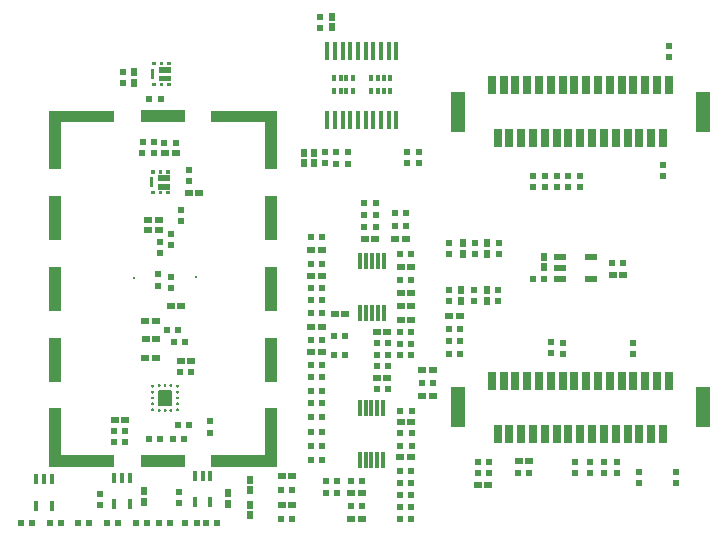
<source format=gtp>
G04*
G04 #@! TF.GenerationSoftware,Altium Limited,Altium Designer,20.1.11 (218)*
G04*
G04 Layer_Color=255*
%FSLAX25Y25*%
%MOIN*%
G70*
G04*
G04 #@! TF.SameCoordinates,FBA81C19-FCCB-422B-9B6C-78DF9D3B5762*
G04*
G04*
G04 #@! TF.FilePolarity,Positive*
G04*
G01*
G75*
%ADD14C,0.00642*%
%ADD15R,0.01378X0.03347*%
%ADD16R,0.04331X0.02362*%
%ADD17R,0.01772X0.05906*%
%ADD18R,0.01181X0.05709*%
%ADD19R,0.14961X0.03937*%
%ADD20R,0.03937X0.14961*%
%ADD21R,0.01772X0.02362*%
%ADD22R,0.01181X0.02362*%
%ADD23R,0.02441X0.02284*%
%ADD24R,0.00394X0.00984*%
%ADD25R,0.00984X0.00984*%
%ADD26R,0.00236X0.00472*%
%ADD27R,0.02756X0.05906*%
%ADD28R,0.05118X0.13386*%
%ADD29R,0.02441X0.02559*%
%ADD30R,0.02559X0.02441*%
%ADD31R,0.02284X0.02441*%
G36*
X55787Y171006D02*
X54488D01*
Y172108D01*
X55787D01*
Y171006D01*
D02*
G37*
G36*
X53228D02*
X51929D01*
Y172108D01*
X53228D01*
Y171006D01*
D02*
G37*
G36*
X50669D02*
X49370D01*
Y172108D01*
X50669D01*
Y171006D01*
D02*
G37*
G36*
X55708Y168585D02*
X51653D01*
Y170514D01*
X55708D01*
Y168585D01*
D02*
G37*
G36*
X50196Y166498D02*
X49173D01*
Y169687D01*
X50196D01*
Y166498D01*
D02*
G37*
G36*
X55708Y165671D02*
X51653D01*
Y167600D01*
X55708D01*
Y165671D01*
D02*
G37*
G36*
X55787Y164116D02*
X54488D01*
Y165218D01*
X55787D01*
Y164116D01*
D02*
G37*
G36*
X53228D02*
X51929D01*
Y165218D01*
X53228D01*
Y164116D01*
D02*
G37*
G36*
X50669D02*
X49370D01*
Y165218D01*
X50669D01*
Y164116D01*
D02*
G37*
G36*
X90985Y136335D02*
X87048D01*
Y152004D01*
X69135D01*
Y155941D01*
X90985D01*
Y136335D01*
D02*
G37*
G36*
X36851Y152004D02*
X18938D01*
Y136335D01*
X15001D01*
Y155941D01*
X36851D01*
Y152004D01*
D02*
G37*
G36*
X52876Y134955D02*
X51577D01*
X51577Y136057D01*
X52876D01*
Y134955D01*
D02*
G37*
G36*
X50317D02*
X49018D01*
X49018Y136057D01*
X50317D01*
X50317Y134955D01*
D02*
G37*
G36*
X55436Y134955D02*
X54136D01*
Y136057D01*
X55436D01*
Y134955D01*
D02*
G37*
G36*
X55357Y132533D02*
X51302Y132533D01*
X51302Y134462D01*
X55357D01*
Y132533D01*
D02*
G37*
G36*
X49845Y130447D02*
X48821Y130447D01*
Y133636D01*
X49845D01*
Y130447D01*
D02*
G37*
G36*
X55357Y131549D02*
Y129620D01*
X51302D01*
X51302Y131549D01*
X55357Y131549D01*
D02*
G37*
G36*
X55436Y128065D02*
X54136D01*
Y129167D01*
X55436D01*
Y128065D01*
D02*
G37*
G36*
X52876D02*
X51577D01*
Y129167D01*
X52876Y129167D01*
Y128065D01*
D02*
G37*
G36*
X50317D02*
X49018D01*
Y129167D01*
X50317D01*
Y128065D01*
D02*
G37*
G36*
X55794Y64737D02*
X55877Y64714D01*
X55955Y64678D01*
X56025Y64629D01*
X56086Y64568D01*
X56135Y64498D01*
X56171Y64420D01*
X56193Y64337D01*
X56201Y64252D01*
X56193Y64166D01*
X56171Y64084D01*
X56135Y64006D01*
X56086Y63936D01*
X56025Y63875D01*
X55955Y63826D01*
X55877Y63789D01*
X55794Y63767D01*
X55709Y63760D01*
X55623Y63767D01*
X55541Y63789D01*
X55463Y63826D01*
X55392Y63875D01*
X55332Y63936D01*
X55283Y64006D01*
X55246Y64084D01*
X55224Y64166D01*
X55217Y64252D01*
X55224Y64337D01*
X55246Y64420D01*
X55283Y64498D01*
X55332Y64568D01*
X55392Y64629D01*
X55463Y64678D01*
X55541Y64714D01*
X55623Y64737D01*
X55709Y64744D01*
X55794Y64737D01*
D02*
G37*
G36*
X53826D02*
X53909Y64714D01*
X53986Y64678D01*
X54057Y64629D01*
X54117Y64568D01*
X54167Y64498D01*
X54203Y64420D01*
X54225Y64337D01*
X54232Y64252D01*
X54225Y64166D01*
X54203Y64084D01*
X54167Y64006D01*
X54117Y63936D01*
X54057Y63875D01*
X53986Y63826D01*
X53909Y63789D01*
X53826Y63767D01*
X53740Y63760D01*
X53655Y63767D01*
X53572Y63789D01*
X53494Y63826D01*
X53424Y63875D01*
X53363Y63936D01*
X53314Y64006D01*
X53278Y64084D01*
X53256Y64166D01*
X53248Y64252D01*
X53256Y64337D01*
X53278Y64420D01*
X53314Y64498D01*
X53363Y64568D01*
X53424Y64629D01*
X53494Y64678D01*
X53572Y64714D01*
X53655Y64737D01*
X53740Y64744D01*
X53826Y64737D01*
D02*
G37*
G36*
X51857Y64737D02*
X51940Y64714D01*
X52018Y64678D01*
X52088Y64629D01*
X52149Y64568D01*
X52198Y64498D01*
X52234Y64420D01*
X52256Y64337D01*
X52264Y64252D01*
X52256Y64166D01*
X52234Y64084D01*
X52198Y64006D01*
X52149Y63936D01*
X52088Y63875D01*
X52018Y63826D01*
X51940Y63789D01*
X51857Y63767D01*
X51772Y63760D01*
X51686Y63767D01*
X51604Y63789D01*
X51526Y63826D01*
X51455Y63875D01*
X51395Y63936D01*
X51346Y64006D01*
X51309Y64084D01*
X51287Y64166D01*
X51280Y64252D01*
X51287Y64337D01*
X51309Y64420D01*
X51346Y64498D01*
X51395Y64568D01*
X51455Y64629D01*
X51526Y64678D01*
X51604Y64714D01*
X51686Y64737D01*
X51772Y64744D01*
X51857Y64737D01*
D02*
G37*
G36*
X49692Y64540D02*
X49775Y64517D01*
X49852Y64481D01*
X49923Y64432D01*
X49983Y64371D01*
X50033Y64301D01*
X50069Y64223D01*
X50091Y64140D01*
X50099Y64055D01*
X50091Y63970D01*
X50069Y63887D01*
X50033Y63809D01*
X49983Y63739D01*
X49923Y63678D01*
X49852Y63629D01*
X49775Y63593D01*
X49692Y63570D01*
X49606Y63563D01*
X49521Y63570D01*
X49438Y63593D01*
X49360Y63629D01*
X49290Y63678D01*
X49229Y63739D01*
X49180Y63809D01*
X49144Y63887D01*
X49122Y63970D01*
X49114Y64055D01*
X49122Y64140D01*
X49144Y64223D01*
X49180Y64301D01*
X49229Y64371D01*
X49290Y64432D01*
X49360Y64481D01*
X49438Y64517D01*
X49521Y64540D01*
X49606Y64547D01*
X49692Y64540D01*
D02*
G37*
G36*
X57960Y64540D02*
X58042Y64517D01*
X58120Y64481D01*
X58191Y64432D01*
X58251Y64371D01*
X58300Y64301D01*
X58337Y64223D01*
X58359Y64141D01*
X58366Y64055D01*
X58359Y63970D01*
X58337Y63887D01*
X58300Y63809D01*
X58251Y63739D01*
X58191Y63678D01*
X58120Y63629D01*
X58042Y63593D01*
X57960Y63570D01*
X57874Y63563D01*
X57789Y63570D01*
X57706Y63593D01*
X57628Y63629D01*
X57558Y63678D01*
X57497Y63739D01*
X57448Y63809D01*
X57412Y63887D01*
X57389Y63970D01*
X57382Y64055D01*
X57389Y64140D01*
X57412Y64223D01*
X57448Y64301D01*
X57497Y64371D01*
X57558Y64432D01*
X57628Y64481D01*
X57706Y64517D01*
X57789Y64540D01*
X57874Y64547D01*
X57960Y64540D01*
D02*
G37*
G36*
X55932Y62617D02*
X56042Y62506D01*
X56103Y62362D01*
X56103Y62283D01*
X56103Y57953D01*
X56103Y57953D01*
Y57874D01*
X56042Y57730D01*
X55932Y57619D01*
X55787Y57559D01*
X55709D01*
X51772Y57559D01*
X51772D01*
X51693Y57559D01*
X51549Y57619D01*
X51438Y57729D01*
X51378Y57874D01*
X51378Y57952D01*
X51378Y62283D01*
X51378Y62283D01*
X51378Y62362D01*
X51438Y62506D01*
X51549Y62617D01*
X51693Y62677D01*
X51771Y62677D01*
X55708Y62677D01*
Y62677D01*
X55787Y62677D01*
X55932Y62617D01*
D02*
G37*
G36*
X49692Y62571D02*
X49775Y62549D01*
X49852Y62513D01*
X49923Y62464D01*
X49983Y62403D01*
X50033Y62333D01*
X50069Y62255D01*
X50091Y62172D01*
X50099Y62087D01*
X50091Y62001D01*
X50069Y61918D01*
X50033Y61840D01*
X49983Y61770D01*
X49923Y61710D01*
X49852Y61660D01*
X49775Y61624D01*
X49692Y61602D01*
X49606Y61594D01*
X49521Y61602D01*
X49438Y61624D01*
X49360Y61660D01*
X49290Y61710D01*
X49229Y61770D01*
X49180Y61840D01*
X49144Y61918D01*
X49122Y62001D01*
X49114Y62087D01*
X49122Y62172D01*
X49144Y62255D01*
X49180Y62333D01*
X49229Y62403D01*
X49290Y62464D01*
X49360Y62513D01*
X49438Y62549D01*
X49521Y62571D01*
X49606Y62579D01*
X49692Y62571D01*
D02*
G37*
G36*
X57960D02*
X58042Y62549D01*
X58120Y62513D01*
X58191Y62464D01*
X58251Y62403D01*
X58300Y62333D01*
X58337Y62255D01*
X58359Y62172D01*
X58366Y62087D01*
X58359Y62001D01*
X58337Y61918D01*
X58300Y61840D01*
X58251Y61770D01*
X58191Y61710D01*
X58120Y61660D01*
X58042Y61624D01*
X57960Y61602D01*
X57874Y61594D01*
X57789Y61602D01*
X57706Y61624D01*
X57628Y61660D01*
X57558Y61710D01*
X57497Y61770D01*
X57448Y61840D01*
X57412Y61918D01*
X57389Y62001D01*
X57382Y62087D01*
X57389Y62172D01*
X57412Y62255D01*
X57448Y62333D01*
X57497Y62403D01*
X57558Y62464D01*
X57628Y62513D01*
X57706Y62549D01*
X57789Y62571D01*
X57874Y62579D01*
X57960Y62571D01*
D02*
G37*
G36*
X49692Y60603D02*
X49775Y60580D01*
X49852Y60544D01*
X49923Y60495D01*
X49983Y60434D01*
X50033Y60364D01*
X50069Y60286D01*
X50091Y60203D01*
X50099Y60118D01*
X50091Y60033D01*
X50069Y59950D01*
X50033Y59872D01*
X49983Y59802D01*
X49923Y59741D01*
X49852Y59692D01*
X49775Y59656D01*
X49692Y59633D01*
X49606Y59626D01*
X49521Y59633D01*
X49438Y59656D01*
X49360Y59692D01*
X49290Y59741D01*
X49229Y59802D01*
X49180Y59872D01*
X49144Y59950D01*
X49122Y60033D01*
X49114Y60118D01*
X49122Y60203D01*
X49144Y60286D01*
X49180Y60364D01*
X49229Y60434D01*
X49290Y60495D01*
X49360Y60544D01*
X49438Y60580D01*
X49521Y60603D01*
X49606Y60610D01*
X49692Y60603D01*
D02*
G37*
G36*
X57960D02*
X58042Y60580D01*
X58120Y60544D01*
X58191Y60495D01*
X58251Y60434D01*
X58300Y60364D01*
X58337Y60286D01*
X58359Y60203D01*
X58366Y60118D01*
X58359Y60033D01*
X58337Y59950D01*
X58300Y59872D01*
X58251Y59802D01*
X58191Y59741D01*
X58120Y59692D01*
X58042Y59656D01*
X57960Y59633D01*
X57874Y59626D01*
X57789Y59633D01*
X57706Y59656D01*
X57628Y59692D01*
X57558Y59741D01*
X57497Y59802D01*
X57448Y59872D01*
X57412Y59950D01*
X57389Y60033D01*
X57382Y60118D01*
X57389Y60203D01*
X57412Y60286D01*
X57448Y60364D01*
X57497Y60434D01*
X57558Y60495D01*
X57628Y60544D01*
X57706Y60580D01*
X57789Y60603D01*
X57874Y60610D01*
X57960Y60603D01*
D02*
G37*
G36*
X49692Y58634D02*
X49775Y58612D01*
X49852Y58576D01*
X49923Y58527D01*
X49983Y58466D01*
X50033Y58396D01*
X50069Y58318D01*
X50091Y58235D01*
X50099Y58150D01*
X50091Y58064D01*
X50069Y57981D01*
X50033Y57903D01*
X49983Y57833D01*
X49923Y57773D01*
X49852Y57723D01*
X49775Y57687D01*
X49692Y57665D01*
X49606Y57657D01*
X49521Y57665D01*
X49438Y57687D01*
X49360Y57723D01*
X49290Y57773D01*
X49229Y57833D01*
X49180Y57903D01*
X49144Y57981D01*
X49122Y58064D01*
X49114Y58150D01*
X49122Y58235D01*
X49144Y58318D01*
X49180Y58396D01*
X49229Y58466D01*
X49290Y58527D01*
X49360Y58576D01*
X49438Y58612D01*
X49521Y58634D01*
X49606Y58642D01*
X49692Y58634D01*
D02*
G37*
G36*
X57960D02*
X58042Y58612D01*
X58120Y58576D01*
X58191Y58527D01*
X58251Y58466D01*
X58300Y58396D01*
X58337Y58318D01*
X58359Y58235D01*
X58366Y58150D01*
X58359Y58064D01*
X58337Y57981D01*
X58300Y57903D01*
X58251Y57833D01*
X58191Y57773D01*
X58120Y57723D01*
X58042Y57687D01*
X57960Y57665D01*
X57874Y57657D01*
X57789Y57665D01*
X57706Y57687D01*
X57628Y57723D01*
X57558Y57773D01*
X57497Y57833D01*
X57448Y57903D01*
X57412Y57981D01*
X57389Y58064D01*
X57382Y58150D01*
X57389Y58235D01*
X57412Y58318D01*
X57448Y58396D01*
X57497Y58466D01*
X57558Y58527D01*
X57628Y58576D01*
X57706Y58612D01*
X57789Y58634D01*
X57874Y58642D01*
X57960Y58634D01*
D02*
G37*
G36*
Y56666D02*
X58042Y56643D01*
X58120Y56607D01*
X58191Y56558D01*
X58251Y56497D01*
X58300Y56427D01*
X58337Y56349D01*
X58359Y56266D01*
X58366Y56181D01*
X58359Y56096D01*
X58337Y56013D01*
X58300Y55935D01*
X58251Y55865D01*
X58191Y55804D01*
X58120Y55755D01*
X58042Y55719D01*
X57960Y55696D01*
X57874Y55689D01*
X57789Y55696D01*
X57706Y55719D01*
X57628Y55755D01*
X57558Y55804D01*
X57497Y55865D01*
X57448Y55935D01*
X57412Y56013D01*
X57389Y56096D01*
X57382Y56181D01*
X57389Y56266D01*
X57412Y56349D01*
X57448Y56427D01*
X57497Y56497D01*
X57558Y56558D01*
X57628Y56607D01*
X57706Y56643D01*
X57789Y56666D01*
X57874Y56673D01*
X57960Y56666D01*
D02*
G37*
G36*
X49692Y56666D02*
X49775Y56643D01*
X49852Y56607D01*
X49923Y56558D01*
X49983Y56497D01*
X50033Y56427D01*
X50069Y56349D01*
X50091Y56266D01*
X50099Y56181D01*
X50091Y56096D01*
X50069Y56013D01*
X50033Y55935D01*
X49983Y55865D01*
X49923Y55804D01*
X49852Y55755D01*
X49775Y55719D01*
X49692Y55696D01*
X49606Y55689D01*
X49521Y55696D01*
X49438Y55719D01*
X49360Y55755D01*
X49290Y55804D01*
X49229Y55865D01*
X49180Y55935D01*
X49144Y56013D01*
X49122Y56096D01*
X49114Y56181D01*
X49122Y56266D01*
X49144Y56349D01*
X49180Y56427D01*
X49229Y56497D01*
X49290Y56558D01*
X49360Y56607D01*
X49438Y56643D01*
X49521Y56666D01*
X49606Y56673D01*
X49692Y56666D01*
D02*
G37*
G36*
X55794Y56469D02*
X55877Y56447D01*
X55955Y56410D01*
X56025Y56361D01*
X56086Y56300D01*
X56135Y56230D01*
X56171Y56152D01*
X56193Y56070D01*
X56201Y55984D01*
X56193Y55899D01*
X56171Y55816D01*
X56135Y55738D01*
X56086Y55668D01*
X56025Y55607D01*
X55955Y55558D01*
X55877Y55522D01*
X55794Y55500D01*
X55709Y55492D01*
X55623Y55500D01*
X55541Y55522D01*
X55463Y55558D01*
X55392Y55607D01*
X55332Y55668D01*
X55283Y55738D01*
X55246Y55816D01*
X55224Y55899D01*
X55217Y55984D01*
X55224Y56070D01*
X55246Y56152D01*
X55283Y56230D01*
X55332Y56300D01*
X55392Y56361D01*
X55463Y56410D01*
X55541Y56447D01*
X55623Y56469D01*
X55709Y56476D01*
X55794Y56469D01*
D02*
G37*
G36*
X53826D02*
X53909Y56447D01*
X53986Y56410D01*
X54057Y56361D01*
X54117Y56300D01*
X54167Y56230D01*
X54203Y56152D01*
X54225Y56070D01*
X54232Y55984D01*
X54225Y55899D01*
X54203Y55816D01*
X54167Y55738D01*
X54117Y55668D01*
X54057Y55607D01*
X53986Y55558D01*
X53909Y55522D01*
X53826Y55500D01*
X53740Y55492D01*
X53655Y55500D01*
X53572Y55522D01*
X53494Y55558D01*
X53424Y55607D01*
X53363Y55668D01*
X53314Y55738D01*
X53278Y55816D01*
X53256Y55899D01*
X53248Y55984D01*
X53256Y56070D01*
X53278Y56152D01*
X53314Y56230D01*
X53363Y56300D01*
X53424Y56361D01*
X53494Y56410D01*
X53572Y56447D01*
X53655Y56469D01*
X53740Y56476D01*
X53826Y56469D01*
D02*
G37*
G36*
X51857D02*
X51940Y56447D01*
X52018Y56410D01*
X52088Y56361D01*
X52149Y56300D01*
X52198Y56230D01*
X52234Y56152D01*
X52256Y56070D01*
X52264Y55984D01*
X52256Y55899D01*
X52234Y55816D01*
X52198Y55738D01*
X52149Y55668D01*
X52088Y55607D01*
X52018Y55558D01*
X51940Y55522D01*
X51857Y55500D01*
X51772Y55492D01*
X51686Y55500D01*
X51604Y55522D01*
X51526Y55558D01*
X51455Y55607D01*
X51395Y55668D01*
X51346Y55738D01*
X51309Y55816D01*
X51287Y55899D01*
X51280Y55984D01*
X51287Y56070D01*
X51309Y56152D01*
X51346Y56230D01*
X51395Y56300D01*
X51455Y56361D01*
X51526Y56410D01*
X51604Y56447D01*
X51686Y56469D01*
X51772Y56476D01*
X51857Y56469D01*
D02*
G37*
G36*
X90985Y37201D02*
X69135D01*
Y41138D01*
X87048D01*
Y56807D01*
X90985D01*
Y37201D01*
D02*
G37*
G36*
X18938Y41138D02*
X36851D01*
Y37201D01*
X15001D01*
Y56807D01*
X18938D01*
Y41138D01*
D02*
G37*
D14*
X218473Y33652D02*
D03*
X216898D02*
D03*
Y35226D02*
D03*
X218473D02*
D03*
D15*
X15898Y32984D02*
D03*
X13339D02*
D03*
X10780D02*
D03*
Y24126D02*
D03*
X15898D02*
D03*
X68856Y25315D02*
D03*
X63738D02*
D03*
Y34173D02*
D03*
X66297D02*
D03*
X68856D02*
D03*
X41989Y33498D02*
D03*
X39430D02*
D03*
X36871D02*
D03*
Y24640D02*
D03*
X41989D02*
D03*
D16*
X185492Y107220D02*
D03*
Y103479D02*
D03*
Y99739D02*
D03*
X195728D02*
D03*
Y107220D02*
D03*
D17*
X107857Y175729D02*
D03*
X110415D02*
D03*
X112975D02*
D03*
X115534D02*
D03*
X118093D02*
D03*
X125770D02*
D03*
X128329D02*
D03*
X130888D02*
D03*
Y152894D02*
D03*
X128329D02*
D03*
X125770D02*
D03*
X118093D02*
D03*
X115534D02*
D03*
X112975D02*
D03*
X110415D02*
D03*
X107857D02*
D03*
X120652Y175729D02*
D03*
X123211Y152894D02*
D03*
X120652D02*
D03*
X123211Y175729D02*
D03*
D18*
X126499Y56793D02*
D03*
X124531D02*
D03*
X122563D02*
D03*
X120594D02*
D03*
X118625D02*
D03*
Y39470D02*
D03*
X120594D02*
D03*
X122563D02*
D03*
X124531D02*
D03*
X126499D02*
D03*
X126672Y88482D02*
D03*
X124703D02*
D03*
X122735D02*
D03*
X120766D02*
D03*
X118798D02*
D03*
Y105805D02*
D03*
X120766D02*
D03*
X122735D02*
D03*
X124703D02*
D03*
X126672D02*
D03*
D19*
X52993Y153973D02*
D03*
Y39170D02*
D03*
D20*
X16969Y72949D02*
D03*
Y96571D02*
D03*
Y120193D02*
D03*
X89017Y72949D02*
D03*
Y96571D02*
D03*
Y120193D02*
D03*
D21*
X109979Y162598D02*
D03*
X116475D02*
D03*
Y166929D02*
D03*
X109979D02*
D03*
X128830D02*
D03*
Y162598D02*
D03*
X122334Y166929D02*
D03*
Y162598D02*
D03*
D22*
X112243D02*
D03*
X114212D02*
D03*
Y166929D02*
D03*
X112243D02*
D03*
X126566D02*
D03*
Y162598D02*
D03*
X124598D02*
D03*
Y166929D02*
D03*
D23*
X209883Y74812D02*
D03*
Y78513D02*
D03*
X51940Y108303D02*
D03*
Y112004D02*
D03*
X51474Y97610D02*
D03*
Y101311D02*
D03*
X39603Y165140D02*
D03*
Y168841D02*
D03*
X55666Y114854D02*
D03*
Y111153D02*
D03*
X110880Y138275D02*
D03*
Y141976D02*
D03*
X107078Y138333D02*
D03*
Y142034D02*
D03*
X61625Y132315D02*
D03*
Y136016D02*
D03*
X55709Y96820D02*
D03*
Y100521D02*
D03*
X190559Y38845D02*
D03*
Y35144D02*
D03*
X59110Y122729D02*
D03*
Y119028D02*
D03*
X186421Y78623D02*
D03*
Y74923D02*
D03*
X182283Y78728D02*
D03*
Y75027D02*
D03*
X195324Y38845D02*
D03*
Y35144D02*
D03*
X221699Y177349D02*
D03*
Y173648D02*
D03*
X219699Y134231D02*
D03*
Y137931D02*
D03*
X199989Y35144D02*
D03*
Y38845D02*
D03*
X204339Y35144D02*
D03*
Y38845D02*
D03*
X134312Y142035D02*
D03*
Y138335D02*
D03*
X138323Y142035D02*
D03*
Y138335D02*
D03*
X223898Y35590D02*
D03*
Y31890D02*
D03*
X211852Y35592D02*
D03*
Y31891D02*
D03*
X31935Y24483D02*
D03*
Y28183D02*
D03*
X105283Y183588D02*
D03*
Y187289D02*
D03*
X58300Y25131D02*
D03*
Y28831D02*
D03*
X68599Y48610D02*
D03*
Y52311D02*
D03*
X114690Y141972D02*
D03*
Y138271D02*
D03*
X148448Y96150D02*
D03*
Y92450D02*
D03*
X156810Y92466D02*
D03*
Y96167D02*
D03*
X148448Y111809D02*
D03*
Y108108D02*
D03*
X157016Y108108D02*
D03*
Y111809D02*
D03*
X164753Y92466D02*
D03*
Y96167D02*
D03*
X164988Y111809D02*
D03*
Y108108D02*
D03*
X188230Y134260D02*
D03*
Y130559D02*
D03*
X192167Y134260D02*
D03*
Y130559D02*
D03*
X184293Y134260D02*
D03*
Y130559D02*
D03*
X180356Y134260D02*
D03*
Y130559D02*
D03*
X176419Y134260D02*
D03*
Y130559D02*
D03*
D24*
X48912Y60122D02*
D03*
D25*
X43379Y100257D02*
D03*
X63961Y100295D02*
D03*
D26*
X58480Y60122D02*
D03*
D27*
X162639Y164370D02*
D03*
X164608Y146653D02*
D03*
X166576Y164370D02*
D03*
X170513D02*
D03*
X172482Y146653D02*
D03*
X174451Y164370D02*
D03*
X176419Y146653D02*
D03*
X178387Y164370D02*
D03*
X180356Y146653D02*
D03*
X182325Y164370D02*
D03*
X184293Y146653D02*
D03*
X186261Y164370D02*
D03*
X188230Y146653D02*
D03*
X190199Y164370D02*
D03*
X192167Y146653D02*
D03*
X194135Y164370D02*
D03*
X196104Y146653D02*
D03*
X198073Y164370D02*
D03*
X200041Y146653D02*
D03*
X202010Y164370D02*
D03*
X203978Y146653D02*
D03*
X205946Y164370D02*
D03*
X207915Y146653D02*
D03*
X209883Y164370D02*
D03*
X211852Y146653D02*
D03*
X213821Y164370D02*
D03*
X215789Y146653D02*
D03*
X217758Y164370D02*
D03*
X219726Y146653D02*
D03*
X221694Y164370D02*
D03*
X168545Y146653D02*
D03*
X219726Y48228D02*
D03*
X217758Y65945D02*
D03*
X215789Y48228D02*
D03*
X213821Y65945D02*
D03*
X211852Y48228D02*
D03*
X209883Y65945D02*
D03*
X207915Y48228D02*
D03*
X205946Y65945D02*
D03*
X203978Y48228D02*
D03*
X202010Y65945D02*
D03*
X200041Y48228D02*
D03*
X198073Y65945D02*
D03*
X196104Y48228D02*
D03*
X194135Y65945D02*
D03*
X192167Y48228D02*
D03*
X190199Y65945D02*
D03*
X188230Y48228D02*
D03*
X184293D02*
D03*
X180356D02*
D03*
X178387Y65945D02*
D03*
X174451D02*
D03*
X172482Y48228D02*
D03*
X170513Y65945D02*
D03*
X168545Y48228D02*
D03*
X166576Y65945D02*
D03*
X164608Y48228D02*
D03*
X162639Y65945D02*
D03*
X221694D02*
D03*
X182325D02*
D03*
X186261D02*
D03*
X176419Y48228D02*
D03*
D28*
X151419Y155512D02*
D03*
X232915D02*
D03*
Y57087D02*
D03*
X151419D02*
D03*
D29*
X160942Y108226D02*
D03*
Y111691D02*
D03*
X74621Y24933D02*
D03*
Y28397D02*
D03*
X46819Y25506D02*
D03*
Y28971D02*
D03*
X82228Y29385D02*
D03*
Y32850D02*
D03*
Y24616D02*
D03*
Y21151D02*
D03*
X180092Y107212D02*
D03*
Y103747D02*
D03*
X103432Y141916D02*
D03*
Y138451D02*
D03*
X109547Y187172D02*
D03*
Y183708D02*
D03*
X100148Y141916D02*
D03*
Y138451D02*
D03*
X43444Y165222D02*
D03*
Y168686D02*
D03*
X152498Y96032D02*
D03*
Y92568D02*
D03*
X160931Y96049D02*
D03*
Y92585D02*
D03*
X152898Y111691D02*
D03*
Y108226D02*
D03*
D30*
X51634Y119587D02*
D03*
X48170D02*
D03*
X51634Y116276D02*
D03*
X48170D02*
D03*
X53783Y141679D02*
D03*
X57248D02*
D03*
X50573Y85892D02*
D03*
X47109D02*
D03*
X50736Y79745D02*
D03*
X47271D02*
D03*
X50654Y73508D02*
D03*
X47189D02*
D03*
X36954Y52953D02*
D03*
X40419D02*
D03*
X62437Y72470D02*
D03*
X58973D02*
D03*
X61635Y128613D02*
D03*
X65100D02*
D03*
X55730Y90746D02*
D03*
X59194D02*
D03*
X148532Y87412D02*
D03*
X151997D02*
D03*
X132343Y52204D02*
D03*
X135807D02*
D03*
X124410Y66915D02*
D03*
X127875D02*
D03*
X132293Y90878D02*
D03*
X135757D02*
D03*
X132214Y40551D02*
D03*
X135679D02*
D03*
X132293Y103883D02*
D03*
X135757D02*
D03*
X102439Y100697D02*
D03*
X105904D02*
D03*
X130442Y113094D02*
D03*
X133907D02*
D03*
X92598Y34173D02*
D03*
X96063D02*
D03*
X105904Y83932D02*
D03*
X102439D02*
D03*
X92598Y24424D02*
D03*
X96063D02*
D03*
X142914Y69488D02*
D03*
X139450D02*
D03*
X132293Y95233D02*
D03*
X135757D02*
D03*
X132293Y86186D02*
D03*
X135757D02*
D03*
X127874Y82136D02*
D03*
X124409D02*
D03*
X115872Y28323D02*
D03*
X119337D02*
D03*
X139450Y60630D02*
D03*
X142914D02*
D03*
X115874Y19758D02*
D03*
X119339D02*
D03*
X161536Y31166D02*
D03*
X158071D02*
D03*
X175073Y39006D02*
D03*
X171608D02*
D03*
X206531Y101213D02*
D03*
X203067D02*
D03*
X105904Y75356D02*
D03*
X102439D02*
D03*
Y109438D02*
D03*
X105904D02*
D03*
X120345Y113094D02*
D03*
X123810D02*
D03*
X113737Y88213D02*
D03*
X110273D02*
D03*
D31*
X57252Y145009D02*
D03*
X53551D02*
D03*
X49900Y141797D02*
D03*
X46199D02*
D03*
X46243Y145344D02*
D03*
X49944D02*
D03*
X62536Y68766D02*
D03*
X58835D02*
D03*
X36817Y45538D02*
D03*
X40517D02*
D03*
X106022Y104919D02*
D03*
X102321D02*
D03*
X148494Y83050D02*
D03*
X152195D02*
D03*
X135925Y55950D02*
D03*
X132224D02*
D03*
X106022Y113624D02*
D03*
X102321D02*
D03*
X134025Y121780D02*
D03*
X130324D02*
D03*
X124363Y70865D02*
D03*
X128064D02*
D03*
X127992Y63146D02*
D03*
X124291D02*
D03*
X102323Y48672D02*
D03*
X106024D02*
D03*
X123927Y125190D02*
D03*
X120226D02*
D03*
X106024Y53910D02*
D03*
X102323D02*
D03*
X123927Y117020D02*
D03*
X120226D02*
D03*
X102321Y79467D02*
D03*
X106022D02*
D03*
X102323Y39454D02*
D03*
X106024D02*
D03*
X135875Y108246D02*
D03*
X132175D02*
D03*
X102323Y71272D02*
D03*
X106024D02*
D03*
X106022Y96628D02*
D03*
X102321D02*
D03*
X111117Y32350D02*
D03*
X107417D02*
D03*
X135875Y99460D02*
D03*
X132175D02*
D03*
X135755Y35855D02*
D03*
X132055D02*
D03*
X132175Y78088D02*
D03*
X135875D02*
D03*
X135875Y82052D02*
D03*
X132175D02*
D03*
X96181Y19758D02*
D03*
X92480D02*
D03*
X139331Y64963D02*
D03*
X143032D02*
D03*
X113719Y80674D02*
D03*
X110019D02*
D03*
X135755Y31836D02*
D03*
X132055D02*
D03*
X119455Y32350D02*
D03*
X115754D02*
D03*
X132055Y27802D02*
D03*
X135755D02*
D03*
X127992Y78347D02*
D03*
X124291D02*
D03*
X132176Y74307D02*
D03*
X135877D02*
D03*
X115756Y24152D02*
D03*
X119457D02*
D03*
X135755Y19756D02*
D03*
X132054D02*
D03*
X127992Y74495D02*
D03*
X124291D02*
D03*
X135925Y44257D02*
D03*
X132224D02*
D03*
X157953Y35028D02*
D03*
X161654D02*
D03*
X161664Y38932D02*
D03*
X157964D02*
D03*
X171488Y35028D02*
D03*
X175189D02*
D03*
X176441Y99952D02*
D03*
X180142D02*
D03*
X206550Y105270D02*
D03*
X202849D02*
D03*
X67528Y18298D02*
D03*
X71229D02*
D03*
X51804D02*
D03*
X55505D02*
D03*
X38150D02*
D03*
X34449D02*
D03*
X28550D02*
D03*
X24849D02*
D03*
X18950D02*
D03*
X15249D02*
D03*
X5649D02*
D03*
X9350D02*
D03*
X130324Y117398D02*
D03*
X134025D02*
D03*
X102323Y67143D02*
D03*
X106024D02*
D03*
X36835Y49264D02*
D03*
X40536D02*
D03*
X132224Y48309D02*
D03*
X135925D02*
D03*
X106024Y62530D02*
D03*
X102323D02*
D03*
X56401Y46409D02*
D03*
X60101D02*
D03*
X48265Y46411D02*
D03*
X51965D02*
D03*
X58079Y51172D02*
D03*
X61780D02*
D03*
X64250Y18298D02*
D03*
X60549D02*
D03*
X47650D02*
D03*
X43949D02*
D03*
X96181Y29336D02*
D03*
X92480D02*
D03*
X106022Y88398D02*
D03*
X102321D02*
D03*
X102321Y92886D02*
D03*
X106022D02*
D03*
X148494Y78999D02*
D03*
X152195D02*
D03*
X148494Y74769D02*
D03*
X152195D02*
D03*
X120226Y121075D02*
D03*
X123927D02*
D03*
X113855Y74495D02*
D03*
X110155D02*
D03*
X106024Y58428D02*
D03*
X102323D02*
D03*
X111117Y28324D02*
D03*
X107417D02*
D03*
X102323Y44144D02*
D03*
X106024D02*
D03*
X132055Y23714D02*
D03*
X135755D02*
D03*
X60301Y78725D02*
D03*
X56600D02*
D03*
X48544Y159957D02*
D03*
X52245D02*
D03*
X58044Y82624D02*
D03*
X54343D02*
D03*
M02*

</source>
